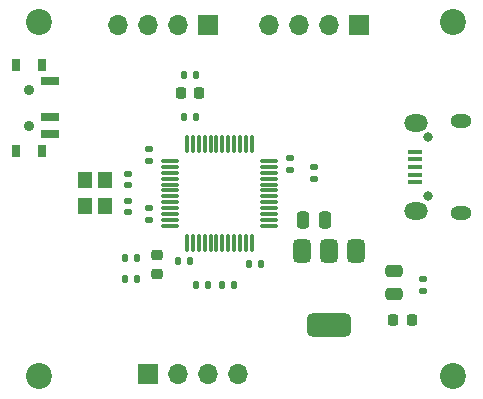
<source format=gbr>
%TF.GenerationSoftware,KiCad,Pcbnew,8.0.3*%
%TF.CreationDate,2024-06-13T12:42:30-05:00*%
%TF.ProjectId,STM32BluePill,53544d33-3242-46c7-9565-50696c6c2e6b,rev?*%
%TF.SameCoordinates,Original*%
%TF.FileFunction,Soldermask,Top*%
%TF.FilePolarity,Negative*%
%FSLAX46Y46*%
G04 Gerber Fmt 4.6, Leading zero omitted, Abs format (unit mm)*
G04 Created by KiCad (PCBNEW 8.0.3) date 2024-06-13 12:42:30*
%MOMM*%
%LPD*%
G01*
G04 APERTURE LIST*
G04 Aperture macros list*
%AMRoundRect*
0 Rectangle with rounded corners*
0 $1 Rounding radius*
0 $2 $3 $4 $5 $6 $7 $8 $9 X,Y pos of 4 corners*
0 Add a 4 corners polygon primitive as box body*
4,1,4,$2,$3,$4,$5,$6,$7,$8,$9,$2,$3,0*
0 Add four circle primitives for the rounded corners*
1,1,$1+$1,$2,$3*
1,1,$1+$1,$4,$5*
1,1,$1+$1,$6,$7*
1,1,$1+$1,$8,$9*
0 Add four rect primitives between the rounded corners*
20,1,$1+$1,$2,$3,$4,$5,0*
20,1,$1+$1,$4,$5,$6,$7,0*
20,1,$1+$1,$6,$7,$8,$9,0*
20,1,$1+$1,$8,$9,$2,$3,0*%
G04 Aperture macros list end*
%ADD10RoundRect,0.135000X-0.135000X-0.185000X0.135000X-0.185000X0.135000X0.185000X-0.135000X0.185000X0*%
%ADD11RoundRect,0.135000X-0.185000X0.135000X-0.185000X-0.135000X0.185000X-0.135000X0.185000X0.135000X0*%
%ADD12RoundRect,0.225000X-0.225000X-0.250000X0.225000X-0.250000X0.225000X0.250000X-0.225000X0.250000X0*%
%ADD13C,2.200000*%
%ADD14RoundRect,0.250000X-0.250000X-0.475000X0.250000X-0.475000X0.250000X0.475000X-0.250000X0.475000X0*%
%ADD15R,1.700000X1.700000*%
%ADD16O,1.700000X1.700000*%
%ADD17RoundRect,0.140000X0.140000X0.170000X-0.140000X0.170000X-0.140000X-0.170000X0.140000X-0.170000X0*%
%ADD18RoundRect,0.140000X-0.140000X-0.170000X0.140000X-0.170000X0.140000X0.170000X-0.140000X0.170000X0*%
%ADD19RoundRect,0.140000X0.170000X-0.140000X0.170000X0.140000X-0.170000X0.140000X-0.170000X-0.140000X0*%
%ADD20RoundRect,0.075000X-0.662500X-0.075000X0.662500X-0.075000X0.662500X0.075000X-0.662500X0.075000X0*%
%ADD21RoundRect,0.075000X-0.075000X-0.662500X0.075000X-0.662500X0.075000X0.662500X-0.075000X0.662500X0*%
%ADD22RoundRect,0.135000X0.185000X-0.135000X0.185000X0.135000X-0.185000X0.135000X-0.185000X-0.135000X0*%
%ADD23RoundRect,0.218750X0.218750X0.256250X-0.218750X0.256250X-0.218750X-0.256250X0.218750X-0.256250X0*%
%ADD24RoundRect,0.140000X-0.170000X0.140000X-0.170000X-0.140000X0.170000X-0.140000X0.170000X0.140000X0*%
%ADD25O,0.800000X0.800000*%
%ADD26R,1.300000X0.450000*%
%ADD27O,1.800000X1.150000*%
%ADD28O,2.000000X1.450000*%
%ADD29RoundRect,0.250000X0.475000X-0.250000X0.475000X0.250000X-0.475000X0.250000X-0.475000X-0.250000X0*%
%ADD30R,1.200000X1.400000*%
%ADD31RoundRect,0.218750X-0.256250X0.218750X-0.256250X-0.218750X0.256250X-0.218750X0.256250X0.218750X0*%
%ADD32RoundRect,0.135000X0.135000X0.185000X-0.135000X0.185000X-0.135000X-0.185000X0.135000X-0.185000X0*%
%ADD33R,0.800000X1.000000*%
%ADD34C,0.900000*%
%ADD35R,1.500000X0.700000*%
%ADD36RoundRect,0.375000X-0.375000X0.625000X-0.375000X-0.625000X0.375000X-0.625000X0.375000X0.625000X0*%
%ADD37RoundRect,0.500000X-1.400000X0.500000X-1.400000X-0.500000X1.400000X-0.500000X1.400000X0.500000X0*%
G04 APERTURE END LIST*
D10*
%TO.C,R2*%
X75490000Y-65250000D03*
X76510000Y-65250000D03*
%TD*%
D11*
%TO.C,R5*%
X83250000Y-55240000D03*
X83250000Y-56260000D03*
%TD*%
D12*
%TO.C,C5*%
X71975000Y-49000000D03*
X73525000Y-49000000D03*
%TD*%
D13*
%TO.C,H3*%
X95000000Y-73000000D03*
%TD*%
D14*
%TO.C,C1*%
X82300000Y-59750000D03*
X84200000Y-59750000D03*
%TD*%
D15*
%TO.C,J3*%
X87050000Y-43250000D03*
D16*
X84510000Y-43250000D03*
X81970000Y-43250000D03*
X79430000Y-43250000D03*
%TD*%
D17*
%TO.C,C8*%
X78730000Y-63500000D03*
X77770000Y-63500000D03*
%TD*%
D13*
%TO.C,H1*%
X60000000Y-43000000D03*
%TD*%
D18*
%TO.C,C10*%
X72270000Y-51000000D03*
X73230000Y-51000000D03*
%TD*%
D19*
%TO.C,C4*%
X67500000Y-56810000D03*
X67500000Y-55850000D03*
%TD*%
D15*
%TO.C,J1*%
X69170000Y-72750000D03*
D16*
X71710000Y-72750000D03*
X74250000Y-72750000D03*
X76790000Y-72750000D03*
%TD*%
D20*
%TO.C,U2*%
X71087500Y-54750000D03*
X71087500Y-55250000D03*
X71087500Y-55750000D03*
X71087500Y-56250000D03*
X71087500Y-56750000D03*
X71087500Y-57250000D03*
X71087500Y-57750000D03*
X71087500Y-58250000D03*
X71087500Y-58750000D03*
X71087500Y-59250000D03*
X71087500Y-59750000D03*
X71087500Y-60250000D03*
D21*
X72500000Y-61662500D03*
X73000000Y-61662500D03*
X73500000Y-61662500D03*
X74000000Y-61662500D03*
X74500000Y-61662500D03*
X75000000Y-61662500D03*
X75500000Y-61662500D03*
X76000000Y-61662500D03*
X76500000Y-61662500D03*
X77000000Y-61662500D03*
X77500000Y-61662500D03*
X78000000Y-61662500D03*
D20*
X79412500Y-60250000D03*
X79412500Y-59750000D03*
X79412500Y-59250000D03*
X79412500Y-58750000D03*
X79412500Y-58250000D03*
X79412500Y-57750000D03*
X79412500Y-57250000D03*
X79412500Y-56750000D03*
X79412500Y-56250000D03*
X79412500Y-55750000D03*
X79412500Y-55250000D03*
X79412500Y-54750000D03*
D21*
X78000000Y-53337500D03*
X77500000Y-53337500D03*
X77000000Y-53337500D03*
X76500000Y-53337500D03*
X76000000Y-53337500D03*
X75500000Y-53337500D03*
X75000000Y-53337500D03*
X74500000Y-53337500D03*
X74000000Y-53337500D03*
X73500000Y-53337500D03*
X73000000Y-53337500D03*
X72500000Y-53337500D03*
%TD*%
D22*
%TO.C,R1*%
X92500000Y-65770000D03*
X92500000Y-64750000D03*
%TD*%
D23*
%TO.C,D1*%
X91537500Y-68250000D03*
X89962500Y-68250000D03*
%TD*%
D15*
%TO.C,J2*%
X74290000Y-43250000D03*
D16*
X71750000Y-43250000D03*
X69210000Y-43250000D03*
X66670000Y-43250000D03*
%TD*%
D24*
%TO.C,C7*%
X81250000Y-54520000D03*
X81250000Y-55480000D03*
%TD*%
D13*
%TO.C,H2*%
X60000000Y-73000000D03*
%TD*%
D19*
%TO.C,C9*%
X69250000Y-54730000D03*
X69250000Y-53770000D03*
%TD*%
D13*
%TO.C,H4*%
X95000000Y-43000000D03*
%TD*%
D18*
%TO.C,C3*%
X71770000Y-63250000D03*
X72730000Y-63250000D03*
%TD*%
D25*
%TO.C,J4*%
X92945000Y-57755000D03*
X92945000Y-52755000D03*
D26*
X91845000Y-56555000D03*
X91845000Y-55905000D03*
X91845000Y-55255000D03*
X91845000Y-54605000D03*
X91845000Y-53955000D03*
D27*
X95695000Y-59130000D03*
D28*
X91895000Y-58980000D03*
X91895000Y-51530000D03*
D27*
X95695000Y-51380000D03*
%TD*%
D29*
%TO.C,C2*%
X90000000Y-66000000D03*
X90000000Y-64100000D03*
%TD*%
D30*
%TO.C,Y1*%
X63900000Y-56400000D03*
X63900000Y-58600000D03*
X65600000Y-58600000D03*
X65600000Y-56400000D03*
%TD*%
D31*
%TO.C,FB1*%
X70000000Y-62712500D03*
X70000000Y-64287500D03*
%TD*%
D19*
%TO.C,C6*%
X67500000Y-59060000D03*
X67500000Y-58100000D03*
%TD*%
D17*
%TO.C,C12*%
X68230000Y-63000000D03*
X67270000Y-63000000D03*
%TD*%
D19*
%TO.C,C11*%
X69250000Y-59730000D03*
X69250000Y-58770000D03*
%TD*%
D32*
%TO.C,R3*%
X74260000Y-65250000D03*
X73240000Y-65250000D03*
%TD*%
D33*
%TO.C,SW1*%
X60255000Y-46600000D03*
X58045000Y-46600000D03*
D34*
X59145000Y-48750000D03*
X59145000Y-51750000D03*
D33*
X60255000Y-53900000D03*
X58045000Y-53900000D03*
D35*
X60905000Y-48000000D03*
X60905000Y-51000000D03*
X60905000Y-52500000D03*
%TD*%
D10*
%TO.C,R4*%
X72240000Y-47500000D03*
X73260000Y-47500000D03*
%TD*%
D17*
%TO.C,C13*%
X68230000Y-64750000D03*
X67270000Y-64750000D03*
%TD*%
D36*
%TO.C,U1*%
X86800000Y-62350000D03*
X84500000Y-62350000D03*
D37*
X84500000Y-68650000D03*
D36*
X82200000Y-62350000D03*
%TD*%
M02*

</source>
